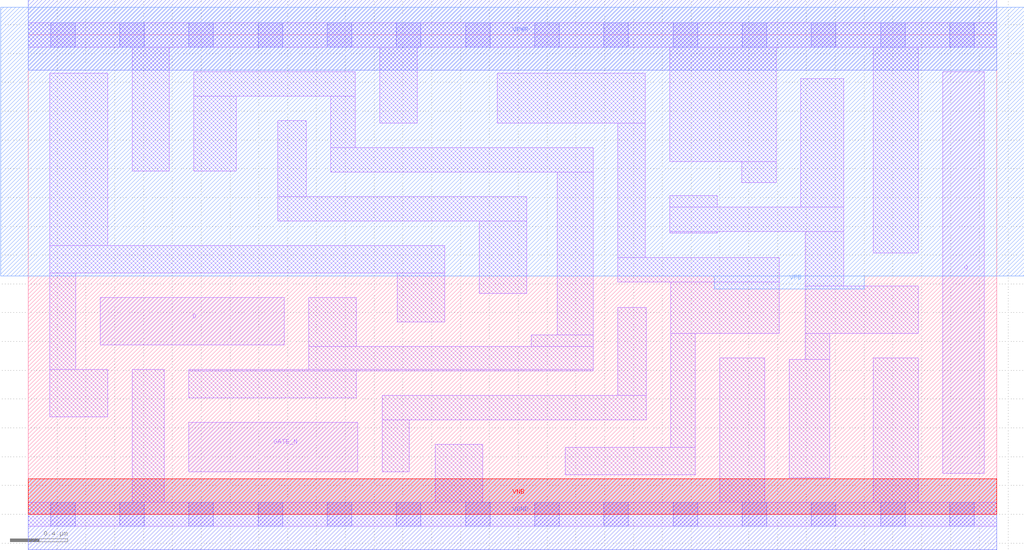
<source format=lef>
# Copyright 2020 The SkyWater PDK Authors
#
# Licensed under the Apache License, Version 2.0 (the "License");
# you may not use this file except in compliance with the License.
# You may obtain a copy of the License at
#
#     https://www.apache.org/licenses/LICENSE-2.0
#
# Unless required by applicable law or agreed to in writing, software
# distributed under the License is distributed on an "AS IS" BASIS,
# WITHOUT WARRANTIES OR CONDITIONS OF ANY KIND, either express or implied.
# See the License for the specific language governing permissions and
# limitations under the License.
#
# SPDX-License-Identifier: Apache-2.0

VERSION 5.7 ;
  NOWIREEXTENSIONATPIN ON ;
  DIVIDERCHAR "/" ;
  BUSBITCHARS "[]" ;
MACRO sky130_fd_sc_lp__dlxtn_1
  CLASS CORE ;
  FOREIGN sky130_fd_sc_lp__dlxtn_1 ;
  ORIGIN  0.000000  0.000000 ;
  SIZE  6.720000 BY  3.330000 ;
  SYMMETRY X Y R90 ;
  SITE unit ;
  PIN D
    ANTENNAGATEAREA  0.159000 ;
    DIRECTION INPUT ;
    USE SIGNAL ;
    PORT
      LAYER li1 ;
        RECT 0.500000 1.175000 1.775000 1.505000 ;
    END
  END D
  PIN Q
    ANTENNADIFFAREA  0.556500 ;
    DIRECTION OUTPUT ;
    USE SIGNAL ;
    PORT
      LAYER li1 ;
        RECT 6.345000 0.285000 6.635000 3.075000 ;
    END
  END Q
  PIN GATE_N
    ANTENNAGATEAREA  0.159000 ;
    DIRECTION INPUT ;
    USE CLOCK ;
    PORT
      LAYER li1 ;
        RECT 1.115000 0.295000 2.285000 0.640000 ;
    END
  END GATE_N
  PIN VGND
    DIRECTION INOUT ;
    USE GROUND ;
    PORT
      LAYER met1 ;
        RECT 0.000000 -0.245000 6.720000 0.245000 ;
    END
  END VGND
  PIN VNB
    DIRECTION INOUT ;
    USE GROUND ;
    PORT
      LAYER pwell ;
        RECT 0.000000 0.000000 6.720000 0.245000 ;
    END
  END VNB
  PIN VPB
    DIRECTION INOUT ;
    USE POWER ;
    PORT
      LAYER nwell ;
        RECT -0.190000 1.655000 6.910000 3.520000 ;
        RECT  4.760000 1.565000 5.800000 1.655000 ;
    END
  END VPB
  PIN VPWR
    DIRECTION INOUT ;
    USE POWER ;
    PORT
      LAYER met1 ;
        RECT 0.000000 3.085000 6.720000 3.575000 ;
    END
  END VPWR
  OBS
    LAYER li1 ;
      RECT 0.000000 -0.085000 6.720000 0.085000 ;
      RECT 0.000000  3.245000 6.720000 3.415000 ;
      RECT 0.150000  0.675000 0.550000 1.005000 ;
      RECT 0.150000  1.005000 0.330000 1.675000 ;
      RECT 0.150000  1.675000 2.890000 1.865000 ;
      RECT 0.150000  1.865000 0.550000 3.065000 ;
      RECT 0.720000  0.085000 0.945000 1.005000 ;
      RECT 0.720000  2.385000 0.980000 3.245000 ;
      RECT 1.115000  0.810000 2.275000 0.995000 ;
      RECT 1.115000  0.995000 3.920000 1.005000 ;
      RECT 1.150000  2.385000 1.445000 2.905000 ;
      RECT 1.150000  2.905000 2.270000 3.075000 ;
      RECT 1.730000  2.035000 3.460000 2.205000 ;
      RECT 1.730000  2.205000 1.930000 2.735000 ;
      RECT 1.945000  1.005000 3.920000 1.165000 ;
      RECT 1.945000  1.165000 2.275000 1.505000 ;
      RECT 2.100000  2.375000 3.920000 2.545000 ;
      RECT 2.100000  2.545000 2.270000 2.905000 ;
      RECT 2.440000  2.715000 2.700000 3.245000 ;
      RECT 2.455000  0.295000 2.645000 0.655000 ;
      RECT 2.455000  0.655000 4.290000 0.825000 ;
      RECT 2.560000  1.335000 2.890000 1.675000 ;
      RECT 2.825000  0.085000 3.155000 0.485000 ;
      RECT 3.130000  1.535000 3.460000 2.035000 ;
      RECT 3.255000  2.715000 4.280000 3.065000 ;
      RECT 3.490000  1.165000 3.920000 1.245000 ;
      RECT 3.670000  1.245000 3.920000 2.375000 ;
      RECT 3.725000  0.275000 4.630000 0.465000 ;
      RECT 4.090000  0.825000 4.290000 1.435000 ;
      RECT 4.090000  1.615000 5.210000 1.785000 ;
      RECT 4.090000  1.785000 4.280000 2.715000 ;
      RECT 4.450000  1.955000 4.780000 1.965000 ;
      RECT 4.450000  1.965000 5.660000 2.135000 ;
      RECT 4.450000  2.135000 4.780000 2.215000 ;
      RECT 4.450000  2.450000 5.190000 3.245000 ;
      RECT 4.460000  0.465000 4.630000 1.255000 ;
      RECT 4.460000  1.255000 5.210000 1.615000 ;
      RECT 4.800000  0.085000 5.110000 1.085000 ;
      RECT 4.950000  2.305000 5.190000 2.450000 ;
      RECT 5.280000  0.255000 5.560000 1.075000 ;
      RECT 5.360000  2.135000 5.660000 3.025000 ;
      RECT 5.390000  1.075000 5.560000 1.255000 ;
      RECT 5.390000  1.255000 6.175000 1.585000 ;
      RECT 5.390000  1.585000 5.660000 1.965000 ;
      RECT 5.865000  0.085000 6.175000 1.085000 ;
      RECT 5.865000  1.815000 6.175000 3.245000 ;
    LAYER mcon ;
      RECT 0.155000 -0.085000 0.325000 0.085000 ;
      RECT 0.155000  3.245000 0.325000 3.415000 ;
      RECT 0.635000 -0.085000 0.805000 0.085000 ;
      RECT 0.635000  3.245000 0.805000 3.415000 ;
      RECT 1.115000 -0.085000 1.285000 0.085000 ;
      RECT 1.115000  3.245000 1.285000 3.415000 ;
      RECT 1.595000 -0.085000 1.765000 0.085000 ;
      RECT 1.595000  3.245000 1.765000 3.415000 ;
      RECT 2.075000 -0.085000 2.245000 0.085000 ;
      RECT 2.075000  3.245000 2.245000 3.415000 ;
      RECT 2.555000 -0.085000 2.725000 0.085000 ;
      RECT 2.555000  3.245000 2.725000 3.415000 ;
      RECT 3.035000 -0.085000 3.205000 0.085000 ;
      RECT 3.035000  3.245000 3.205000 3.415000 ;
      RECT 3.515000 -0.085000 3.685000 0.085000 ;
      RECT 3.515000  3.245000 3.685000 3.415000 ;
      RECT 3.995000 -0.085000 4.165000 0.085000 ;
      RECT 3.995000  3.245000 4.165000 3.415000 ;
      RECT 4.475000 -0.085000 4.645000 0.085000 ;
      RECT 4.475000  3.245000 4.645000 3.415000 ;
      RECT 4.955000 -0.085000 5.125000 0.085000 ;
      RECT 4.955000  3.245000 5.125000 3.415000 ;
      RECT 5.435000 -0.085000 5.605000 0.085000 ;
      RECT 5.435000  3.245000 5.605000 3.415000 ;
      RECT 5.915000 -0.085000 6.085000 0.085000 ;
      RECT 5.915000  3.245000 6.085000 3.415000 ;
      RECT 6.395000 -0.085000 6.565000 0.085000 ;
      RECT 6.395000  3.245000 6.565000 3.415000 ;
  END
END sky130_fd_sc_lp__dlxtn_1
END LIBRARY

</source>
